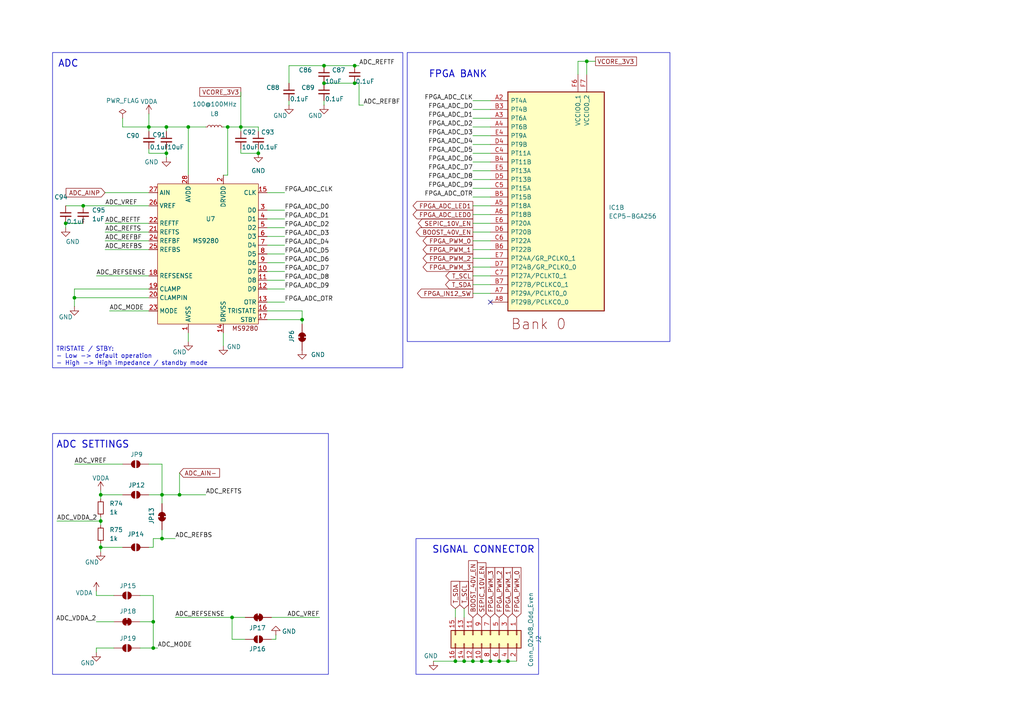
<source format=kicad_sch>
(kicad_sch (version 20250114) (generator "eeschema") (generator_version "9.0")
  (paper "A4")
  (rectangle (start 15.24 125.73) (end 95.25 195.58))
  (rectangle (start 15.24 15.24) (end 116.84 106.68))
  (rectangle (start 118.11 15.24) (end 194.31 99.06))
  (rectangle (start 120.65 156.21) (end 156.21 195.58))
  (text "ADC" (at 19.812 18.542 0) (effects (font (size 2 2) (thickness 0.254) (bold yes))))
  (text "Differential: \n- (REFSENSE<->GND) 2 V input span\n- (REFSENSE<->VREF) 1 V input span" (at -41.656 146.558 0) (effects (font (size 1.27 1.27) (thickness 0.1588)) (justify left)))
  (text "MODE\n- GND: Top/bottom\n- Center / Differential: VDD/2\n- External, AD876: other" (at -34.798 184.658 0) (effects (font (size 1.27 1.27) (thickness 0.1588)) (justify left)))
  (text "SIGNAL CONNECTOR" (at 140.208 159.512 0) (effects (font (size 2 2) (thickness 0.254) (bold yes))))
  (text "TRISTATE / STBY:\n- Low -> default operation\n- High -> High impedance / standby mode" (at 16.256 103.378 0) (effects (font (size 1.27 1.27) (thickness 0.1588)) (justify left)))
  (text "ADC SETTINGS" (at 26.924 129.032 0) (effects (font (size 2 2) (thickness 0.254) (bold yes))))
  (text "- Differential: (REFTS<->REFBS) -> form an input\n- Center: 	(REFTS<->AVDD/2) (REFBS<->AVDD/2) \n- Top/Bottom:   (REFBS<->GND), (REFTS<->VREF)" (at -57.404 167.64 0) (effects (font (size 1.27 1.27) (thickness 0.1588)) (justify left)))
  (text "FPGA BANK" (at 132.842 21.59 0) (effects (font (size 2 2) (thickness 0.254) (bold yes))))
  (junction (at 48.26 36.83))
  (junction (at 21.59 86.36))
  (junction (at 44.45 187.96))
  (junction (at 139.7 191.77))
  (junction (at 29.21 158.75))
  (junction (at 67.31 179.07))
  (junction (at 87.63 92.71))
  (junction (at 69.85 36.83))
  (junction (at 43.18 36.83))
  (junction (at 46.99 156.21))
  (junction (at 134.62 191.77))
  (junction (at 19.05 64.77))
  (junction (at 48.26 44.45))
  (junction (at 132.08 191.77))
  (junction (at 170.18 17.78))
  (junction (at 24.13 59.69))
  (junction (at 66.04 36.83))
  (junction (at 54.61 36.83))
  (junction (at 46.99 143.51))
  (junction (at 93.98 19.05))
  (junction (at 29.21 143.51))
  (junction (at 102.87 19.05))
  (junction (at 144.78 191.77))
  (junction (at 142.24 191.77))
  (junction (at 102.87 24.13))
  (junction (at 93.98 24.13))
  (junction (at 147.32 191.77))
  (junction (at 29.21 151.13))
  (junction (at 74.93 44.45))
  (junction (at 44.45 180.34))
  (junction (at 137.16 191.77))
  (junction (at 52.07 143.51))
  (no_connect (at 142.24 87.63))
  (wire (pts (xy 77.47 92.71) (xy 87.63 92.71)))
  (wire (pts (xy 69.85 36.83) (xy 74.93 36.83)))
  (wire (pts (xy 54.61 36.83) (xy 54.61 50.8)))
  (wire (pts (xy 66.04 36.83) (xy 66.04 50.8)))
  (wire (pts (xy 19.05 64.77) (xy 24.13 64.77)))
  (wire (pts (xy 170.18 17.78) (xy 170.18 21.59)))
  (wire (pts (xy 137.16 57.15) (xy 142.24 57.15)))
  (wire (pts (xy 77.47 68.58) (xy 82.55 68.58)))
  (wire (pts (xy 67.31 179.07) (xy 71.12 179.07)))
  (wire (pts (xy 21.59 86.36) (xy 43.18 86.36)))
  (wire (pts (xy 27.94 80.01) (xy 43.18 80.01)))
  (wire (pts (xy 137.16 46.99) (xy 142.24 46.99)))
  (wire (pts (xy 44.45 172.72) (xy 44.45 180.34)))
  (wire (pts (xy 93.98 29.21) (xy 93.98 30.48)))
  (wire (pts (xy 50.8 156.21) (xy 46.99 156.21)))
  (wire (pts (xy 137.16 77.47) (xy 142.24 77.47)))
  (wire (pts (xy 137.16 44.45) (xy 142.24 44.45)))
  (wire (pts (xy 137.16 80.01) (xy 142.24 80.01)))
  (wire (pts (xy 29.21 151.13) (xy 29.21 152.4)))
  (wire (pts (xy 167.64 21.59) (xy 167.64 17.78)))
  (wire (pts (xy 52.07 143.51) (xy 52.07 137.16)))
  (wire (pts (xy 45.72 187.96) (xy 44.45 187.96)))
  (wire (pts (xy 137.16 74.93) (xy 142.24 74.93)))
  (wire (pts (xy 29.21 149.86) (xy 29.21 151.13)))
  (wire (pts (xy 30.48 64.77) (xy 43.18 64.77)))
  (wire (pts (xy 35.56 36.83) (xy 35.56 34.29)))
  (wire (pts (xy 74.93 43.18) (xy 74.93 44.45)))
  (wire (pts (xy 21.59 83.82) (xy 21.59 86.36)))
  (wire (pts (xy 137.16 52.07) (xy 142.24 52.07)))
  (wire (pts (xy 44.45 187.96) (xy 40.64 187.96)))
  (wire (pts (xy 43.18 143.51) (xy 46.99 143.51)))
  (wire (pts (xy 21.59 134.62) (xy 35.56 134.62)))
  (wire (pts (xy 104.14 30.48) (xy 104.14 24.13)))
  (wire (pts (xy 77.47 60.96) (xy 82.55 60.96)))
  (wire (pts (xy 54.61 36.83) (xy 59.69 36.83)))
  (wire (pts (xy 69.85 36.83) (xy 69.85 38.1)))
  (wire (pts (xy 83.82 19.05) (xy 93.98 19.05)))
  (wire (pts (xy 104.14 30.48) (xy 105.41 30.48)))
  (wire (pts (xy 134.62 176.53) (xy 134.62 179.07)))
  (wire (pts (xy 21.59 83.82) (xy 43.18 83.82)))
  (wire (pts (xy 31.75 90.17) (xy 43.18 90.17)))
  (wire (pts (xy 27.94 187.96) (xy 27.94 189.23)))
  (wire (pts (xy 64.77 96.52) (xy 64.77 100.33)))
  (wire (pts (xy 87.63 90.17) (xy 87.63 92.71)))
  (wire (pts (xy 29.21 142.24) (xy 29.21 143.51)))
  (wire (pts (xy 43.18 36.83) (xy 43.18 38.1)))
  (wire (pts (xy 149.86 191.77) (xy 147.32 191.77)))
  (wire (pts (xy 77.47 81.28) (xy 82.55 81.28)))
  (wire (pts (xy 172.72 17.78) (xy 170.18 17.78)))
  (wire (pts (xy 29.21 158.75) (xy 29.21 160.02)))
  (wire (pts (xy 29.21 157.48) (xy 29.21 158.75)))
  (wire (pts (xy 71.12 185.42) (xy 67.31 185.42)))
  (wire (pts (xy 137.16 41.91) (xy 142.24 41.91)))
  (wire (pts (xy 104.14 24.13) (xy 102.87 24.13)))
  (wire (pts (xy 132.08 176.53) (xy 132.08 179.07)))
  (wire (pts (xy 144.78 191.77) (xy 142.24 191.77)))
  (wire (pts (xy 77.47 55.88) (xy 82.55 55.88)))
  (wire (pts (xy 30.48 55.88) (xy 43.18 55.88)))
  (wire (pts (xy 137.16 36.83) (xy 142.24 36.83)))
  (wire (pts (xy 137.16 64.77) (xy 142.24 64.77)))
  (wire (pts (xy 27.94 187.96) (xy 33.02 187.96)))
  (wire (pts (xy 137.16 82.55) (xy 142.24 82.55)))
  (wire (pts (xy 147.32 191.77) (xy 144.78 191.77)))
  (wire (pts (xy 52.07 143.51) (xy 46.99 143.51)))
  (wire (pts (xy 137.16 62.23) (xy 142.24 62.23)))
  (wire (pts (xy 21.59 86.36) (xy 21.59 88.9)))
  (wire (pts (xy 93.98 24.13) (xy 102.87 24.13)))
  (wire (pts (xy 77.47 73.66) (xy 82.55 73.66)))
  (wire (pts (xy 19.05 64.77) (xy 19.05 66.04)))
  (wire (pts (xy 77.47 87.63) (xy 82.55 87.63)))
  (wire (pts (xy 137.16 31.75) (xy 142.24 31.75)))
  (wire (pts (xy 137.16 191.77) (xy 134.62 191.77)))
  (wire (pts (xy 19.05 59.69) (xy 24.13 59.69)))
  (wire (pts (xy 139.7 191.77) (xy 137.16 191.77)))
  (wire (pts (xy 44.45 180.34) (xy 40.64 180.34)))
  (wire (pts (xy 134.62 191.77) (xy 132.08 191.77)))
  (wire (pts (xy 139.7 191.77) (xy 142.24 191.77)))
  (wire (pts (xy 43.18 36.83) (xy 43.18 33.02)))
  (wire (pts (xy 83.82 19.05) (xy 83.82 24.13)))
  (wire (pts (xy 43.18 67.31) (xy 30.48 67.31)))
  (wire (pts (xy 30.48 69.85) (xy 43.18 69.85)))
  (wire (pts (xy 48.26 44.45) (xy 48.26 45.72)))
  (wire (pts (xy 137.16 72.39) (xy 142.24 72.39)))
  (wire (pts (xy 46.99 134.62) (xy 46.99 143.51)))
  (wire (pts (xy 48.26 36.83) (xy 48.26 38.1)))
  (wire (pts (xy 137.16 85.09) (xy 142.24 85.09)))
  (wire (pts (xy 27.94 172.72) (xy 33.02 172.72)))
  (wire (pts (xy 48.26 36.83) (xy 54.61 36.83)))
  (wire (pts (xy 44.45 172.72) (xy 40.64 172.72)))
  (wire (pts (xy 24.13 59.69) (xy 43.18 59.69)))
  (wire (pts (xy 137.16 49.53) (xy 142.24 49.53)))
  (wire (pts (xy 104.14 19.05) (xy 102.87 19.05)))
  (wire (pts (xy 16.51 151.13) (xy 29.21 151.13)))
  (wire (pts (xy 35.56 36.83) (xy 43.18 36.83)))
  (wire (pts (xy 80.01 185.42) (xy 80.01 184.15)))
  (wire (pts (xy 137.16 29.21) (xy 142.24 29.21)))
  (wire (pts (xy 27.94 171.45) (xy 27.94 172.72)))
  (wire (pts (xy 66.04 36.83) (xy 69.85 36.83)))
  (wire (pts (xy 78.74 185.42) (xy 80.01 185.42)))
  (wire (pts (xy 44.45 156.21) (xy 46.99 156.21)))
  (wire (pts (xy 125.73 191.77) (xy 132.08 191.77)))
  (wire (pts (xy 29.21 143.51) (xy 35.56 143.51)))
  (wire (pts (xy 67.31 179.07) (xy 67.31 185.42)))
  (wire (pts (xy 77.47 83.82) (xy 82.55 83.82)))
  (wire (pts (xy 74.93 44.45) (xy 69.85 44.45)))
  (wire (pts (xy 67.31 179.07) (xy 50.8 179.07)))
  (wire (pts (xy 29.21 143.51) (xy 29.21 144.78)))
  (wire (pts (xy 93.98 19.05) (xy 102.87 19.05)))
  (wire (pts (xy 137.16 39.37) (xy 142.24 39.37)))
  (wire (pts (xy 137.16 69.85) (xy 142.24 69.85)))
  (wire (pts (xy 30.48 72.39) (xy 43.18 72.39)))
  (wire (pts (xy 43.18 44.45) (xy 43.18 43.18)))
  (wire (pts (xy 66.04 50.8) (xy 64.77 50.8)))
  (wire (pts (xy 74.93 36.83) (xy 74.93 38.1)))
  (wire (pts (xy 137.16 34.29) (xy 142.24 34.29)))
  (wire (pts (xy 29.21 158.75) (xy 35.56 158.75)))
  (wire (pts (xy 44.45 156.21) (xy 44.45 158.75)))
  (wire (pts (xy 69.85 26.67) (xy 69.85 36.83)))
  (wire (pts (xy 137.16 67.31) (xy 142.24 67.31)))
  (wire (pts (xy 59.69 143.51) (xy 52.07 143.51)))
  (wire (pts (xy 46.99 153.67) (xy 46.99 156.21)))
  (wire (pts (xy 43.18 44.45) (xy 48.26 44.45)))
  (wire (pts (xy 69.85 43.18) (xy 69.85 44.45)))
  (wire (pts (xy 48.26 43.18) (xy 48.26 44.45)))
  (wire (pts (xy 43.18 36.83) (xy 48.26 36.83)))
  (wire (pts (xy 77.47 66.04) (xy 82.55 66.04)))
  (wire (pts (xy 44.45 180.34) (xy 44.45 187.96)))
  (wire (pts (xy 43.18 134.62) (xy 46.99 134.62)))
  (wire (pts (xy 77.47 78.74) (xy 82.55 78.74)))
  (wire (pts (xy 54.61 96.52) (xy 54.61 99.06)))
  (wire (pts (xy 44.45 158.75) (xy 43.18 158.75)))
  (wire (pts (xy 77.47 63.5) (xy 82.55 63.5)))
  (wire (pts (xy 46.99 143.51) (xy 46.99 146.05)))
  (wire (pts (xy 167.64 17.78) (xy 170.18 17.78)))
  (wire (pts (xy 137.16 59.69) (xy 142.24 59.69)))
  (wire (pts (xy 64.77 36.83) (xy 66.04 36.83)))
  (wire (pts (xy 83.82 29.21) (xy 83.82 30.48)))
  (wire (pts (xy 87.63 92.71) (xy 87.63 93.98)))
  (wire (pts (xy 77.47 90.17) (xy 87.63 90.17)))
  (wire (pts (xy 137.16 54.61) (xy 142.24 54.61)))
  (wire (pts (xy 77.47 71.12) (xy 82.55 71.12)))
  (wire (pts (xy 27.94 180.34) (xy 33.02 180.34)))
  (wire (pts (xy 92.71 179.07) (xy 78.74 179.07)))
  (wire (pts (xy 77.47 76.2) (xy 82.55 76.2)))
  (label "ADC_MODE" (at 45.72 187.96 0))
  (label "ADC_VREF" (at 92.71 179.07 180))
  (label "ADC_REFTF" (at 30.48 64.77 0))
  (label "ADC_REFBS" (at 30.48 72.39 0))
  (label "FPGA_ADC_D6" (at 137.16 46.99 180))
  (label "ADC_REFTF" (at 104.14 19.05 0))
  (label "ADC_VDDA_2" (at 16.51 151.13 0))
  (label "FPGA_ADC_D4" (at 137.16 41.91 180))
  (label "ADC_REFBF" (at 105.41 30.48 0))
  (label "FPGA_ADC_D1" (at 137.16 34.29 180))
  (label "FPGA_ADC_D7" (at 82.55 78.74 0))
  (label "ADC_REFSENSE" (at 27.94 80.01 0))
  (label "FPGA_ADC_CLK" (at 82.55 55.88 0))
  (label "FPGA_ADC_D9" (at 82.55 83.82 0))
  (label "FPGA_ADC_OTR" (at 137.16 57.15 180))
  (label "ADC_REFTS" (at 59.69 143.51 0))
  (label "ADC_MODE" (at 31.75 90.17 0))
  (label "ADC_REFBF" (at 30.48 69.85 0))
  (label "FPGA_ADC_D8" (at 82.55 81.28 0))
  (label "FPGA_ADC_D3" (at 137.16 39.37 180))
  (label "FPGA_ADC_D8" (at 137.16 52.07 180))
  (label "FPGA_ADC_D0" (at 137.16 31.75 180))
  (label "FPGA_ADC_OTR" (at 82.55 87.63 0))
  (label "ADC_REFTS" (at 30.48 67.31 0))
  (label "FPGA_ADC_D2" (at 137.16 36.83 180))
  (label "FPGA_ADC_D5" (at 82.55 73.66 0))
  (label "FPGA_ADC_D5" (at 137.16 44.45 180))
  (label "FPGA_ADC_D0" (at 82.55 60.96 0))
  (label "FPGA_ADC_D6" (at 82.55 76.2 0))
  (label "ADC_VREF" (at 21.59 134.62 0))
  (label "FPGA_ADC_D7" (at 137.16 49.53 180))
  (label "FPGA_ADC_D3" (at 82.55 68.58 0))
  (label "FPGA_ADC_D4" (at 82.55 71.12 0))
  (label "FPGA_ADC_D2" (at 82.55 66.04 0))
  (label "ADC_VDDA_2" (at 27.94 180.34 180))
  (label "ADC_REFSENSE" (at 50.8 179.07 0))
  (label "ADC_REFBS" (at 50.8 156.21 0))
  (label "ADC_VREF" (at 30.48 59.69 0))
  (label "FPGA_ADC_D1" (at 82.55 63.5 0))
  (label "FPGA_ADC_CLK" (at 137.16 29.21 180))
  (label "FPGA_ADC_D9" (at 137.16 54.61 180))
  (global_label "SEPIC_10V_EN" (shape input) (at 139.7 179.07 90) (property "Intersheetrefs" "${INTERSHEET_REFS}" (effects (hide yes))))
  (global_label "VCORE_3V3" (shape passive) (at 69.85 26.67 180) (property "Intersheetrefs" "${INTERSHEET_REFS}" (effects (hide yes))))
  (global_label "FPGA_IN12_SW" (shape output) (at 137.16 85.09 180) (property "Intersheetrefs" "${INTERSHEET_REFS}" (effects (hide yes))))
  (global_label "FPGA_PWM_1" (shape output) (at 137.16 72.39 180) (property "Intersheetrefs" "${INTERSHEET_REFS}" (effects (hide yes))))
  (global_label "T_SDA" (shape output) (at 137.16 82.55 180) (property "Intersheetrefs" "${INTERSHEET_REFS}" (effects (hide yes))))
  (global_label "FPGA_PWM_0" (shape output) (at 137.16 69.85 180) (property "Intersheetrefs" "${INTERSHEET_REFS}" (effects (hide yes))))
  (global_label "T_SCL" (shape output) (at 137.16 80.01 180) (property "Intersheetrefs" "${INTERSHEET_REFS}" (effects (hide yes))))
  (global_label "FPGA_PWM_2" (shape output) (at 137.16 74.93 180) (property "Intersheetrefs" "${INTERSHEET_REFS}" (effects (hide yes))))
  (global_label "FPGA_PWM_1" (shape input) (at 147.32 179.07 90) (property "Intersheetrefs" "${INTERSHEET_REFS}" (effects (hide yes))))
  (global_label "BOOST_40V_EN" (shape output) (at 137.16 67.31 180) (property "Intersheetrefs" "${INTERSHEET_REFS}" (effects (hide yes))))
  (global_label "VCORE_3V3" (shape passive) (at 172.72 17.78 0) (property "Intersheetrefs" "${INTERSHEET_REFS}" (effects (hide yes))))
  (global_label "FPGA_PWM_3" (shape input) (at 142.24 179.07 90) (property "Intersheetrefs" "${INTERSHEET_REFS}" (effects (hide yes))))
  (global_label "FPGA_ADC_LED1" (shape output) (at 137.16 59.69 180) (property "Intersheetrefs" "${INTERSHEET_REFS}" (effects (hide yes))))
  (global_label "ADC_AIN-" (shape input) (at 52.07 137.16 0) (property "Intersheetrefs" "${INTERSHEET_REFS}" (effects (hide yes))))
  (global_label "FPGA_ADC_LED0" (shape output) (at 137.16 62.23 180) (property "Intersheetrefs" "${INTERSHEET_REFS}" (effects (hide yes))))
  (global_label "FPGA_PWM_0" (shape input) (at 149.86 179.07 90) (property "Intersheetrefs" "${INTERSHEET_REFS}" (effects (hide yes))))
  (global_label "T_SCL" (shape input) (at 134.62 176.53 90) (property "Intersheetrefs" "${INTERSHEET_REFS}" (effects (hide yes))))
  (global_label "FPGA_PWM_2" (shape input) (at 144.78 179.07 90) (property "Intersheetrefs" "${INTERSHEET_REFS}" (effects (hide yes))))
  (global_label "ADC_AINP" (shape input) (at 30.48 55.88 180) (property "Intersheetrefs" "${INTERSHEET_REFS}" (effects (hide yes))))
  (global_label "T_SDA" (shape input) (at 132.08 176.53 90) (property "Intersheetrefs" "${INTERSHEET_REFS}" (effects (hide yes))))
  (global_label "BOOST_40V_EN" (shape input) (at 137.16 179.07 90) (property "Intersheetrefs" "${INTERSHEET_REFS}" (effects (hide yes))))
  (global_label "SEPIC_10V_EN" (shape output) (at 137.16 64.77 180) (property "Intersheetrefs" "${INTERSHEET_REFS}" (effects (hide yes))))
  (global_label "FPGA_PWM_3" (shape output) (at 137.16 77.47 180) (property "Intersheetrefs" "${INTERSHEET_REFS}" (effects (hide yes))))
  (symbol (lib_id "power:GND") (at 54.61 99.06 0) (unit 1)
    (property "Reference" "#PWR0111" (effects (hide yes)))
    (property "Value" "GND" (at 52.07 102.108 0))
    (property "Description" "Power symbol creates a global label with name \"GND\" , ground" (effects (hide yes)))
  )
  (symbol (lib_id "Device:C_Small") (at 93.98 21.59 0) (unit 1)
    (property "Reference" "C86" (at 86.614 20.32 0) (effects (justify left)))
    (property "Value" "10uF" (at 94.234 23.622 0) (effects (justify left)))
    (property "Footprint" "Capacitor_SMD:C_0603_1608Metric" (effects (hide yes)))
    (property "Description" "Unpolarized capacitor, small symbol" (effects (hide yes)))
    (property "LPN" "C19702" (effects (hide yes)))
    (property "MPN" "CL10A106KP8NNNC" (effects (hide yes)))
  )
  (symbol (lib_id "Device:C_Small") (at 74.93 40.64 0) (unit 1)
    (property "Reference" "C93" (at 75.692 38.354 0) (effects (justify left)))
    (property "Value" "0.1uF" (at 75.184 42.672 0) (effects (justify left)))
    (property "Footprint" "Capacitor_SMD:C_0402_1005Metric" (effects (hide yes)))
    (property "Description" "Unpolarized capacitor, small symbol" (effects (hide yes)))
    (property "LPN" "C307331" (effects (hide yes)))
    (property "MPN" "CL05B104KB54PNC" (effects (hide yes)))
  )
  (symbol (lib_id "Device:C_Small") (at 83.82 26.67 0) (unit 1)
    (property "Reference" "C88" (at 77.216 25.4 0) (effects (justify left)))
    (property "Value" "0.1uF" (at 84.074 28.702 0) (effects (justify left)))
    (property "Footprint" "Capacitor_SMD:C_0402_1005Metric" (effects (hide yes)))
    (property "Description" "Unpolarized capacitor, small symbol" (effects (hide yes)))
    (property "LPN" "C307331" (effects (hide yes)))
    (property "MPN" "CL05B104KB54PNC" (effects (hide yes)))
  )
  (symbol (lib_id "Device:C_Small") (at 24.13 62.23 0) (unit 1)
    (property "Reference" "C95" (at 26.67 60.9662 0) (effects (justify left)))
    (property "Value" "1uF" (at 26.67 63.5062 0) (effects (justify left)))
    (property "Footprint" "Capacitor_SMD:C_0805_2012Metric" (effects (hide yes)))
    (property "Description" "Unpolarized capacitor, small symbol" (effects (hide yes)))
    (property "LPN" "C28323" (effects (hide yes)))
    (property "MPN" "CL21B105KBFNNNE" (effects (hide yes)))
  )
  (symbol (lib_id "power:VDDA") (at 43.18 33.02 0) (unit 1)
    (property "Reference" "#PWR0105" (effects (hide yes)))
    (property "Value" "VDDA" (at 43.18 29.464 0))
    (property "Description" "Power symbol creates a global label with name \"VDDA\"" (effects (hide yes)))
  )
  (symbol (lib_id "Jumper:SolderJumper_2_Bridged") (at 87.63 97.79 90) (unit 1) (in_bom no)
    (property "Reference" "JP6" (at 84.582 97.536 0))
    (property "Value" "SolderJumper_2_Bridged" (effects (hide yes)))
    (property "Footprint" "Jumper:SolderJumper-2_P1.3mm_Bridged_Pad1.0x1.5mm" (effects (hide yes)))
    (property "Description" "Solder Jumper, 2-pole, closed/bridged" (effects (hide yes)))
  )
  (symbol (lib_id "Connector_Generic:Conn_02x08_Odd_Even") (at 142.24 184.15 270) (unit 1)
    (property "Reference" "J2" (at 156.21 185.42 0))
    (property "Value" "Conn_02x08_Odd_Even" (at 153.924 182.626 0))
    (property "Footprint" "Connector_PinSocket_2.54mm:PinSocket_2x08_P2.54mm_Horizontal" (effects (hide yes)))
    (property "Datasheet" "https://jlcpcb.com/api/file/downloadByFileSystemAccessId/8588944769817329664" (effects (hide yes)))
    (property "Description" "Generic connector, double row, 02x08, odd/even pin numbering scheme (row 1 odd numbers, row 2 even numbers), script generated (kicad-library-utils/schlib/autogen/connector/)" (effects (hide yes)))
    (property "MPN" "PM254-2-08-W-8.5" (effects (hide yes)))
    (property "LPN" "C2897428" (effects (hide yes)))
  )
  (symbol (lib_id "Device:C_Small") (at 93.98 26.67 0) (unit 1)
    (property "Reference" "C89" (at 87.376 25.4 0) (effects (justify left)))
    (property "Value" "0.1uF" (at 94.234 28.702 0) (effects (justify left)))
    (property "Footprint" "Capacitor_SMD:C_0402_1005Metric" (effects (hide yes)))
    (property "Description" "Unpolarized capacitor, small symbol" (effects (hide yes)))
    (property "LPN" "C307331" (effects (hide yes)))
    (property "MPN" "CL05B104KB54PNC" (effects (hide yes)))
  )
  (symbol (lib_id "power:GND") (at 64.77 100.33 0) (unit 1)
    (property "Reference" "#PWR0112" (effects (hide yes)))
    (property "Value" "GND" (at 65.786 100.584 0) (effects (justify left)))
    (property "Description" "Power symbol creates a global label with name \"GND\" , ground" (effects (hide yes)))
  )
  (symbol (lib_id "power:GND") (at 29.21 160.02 0) (unit 1)
    (property "Reference" "#PWR028" (effects (hide yes)))
    (property "Value" "GND" (at 26.67 163.068 0))
    (property "Description" "Power symbol creates a global label with name \"GND\" , ground" (effects (hide yes)))
  )
  (symbol (lib_id "Device:C_Small") (at 19.05 62.23 0) (unit 1)
    (property "Reference" "C94" (at 15.748 57.15 0) (effects (justify left)))
    (property "Value" "0.1uF" (at 19.304 64.262 0) (effects (justify left)))
    (property "Footprint" "Capacitor_SMD:C_0402_1005Metric" (effects (hide yes)))
    (property "Description" "Unpolarized capacitor, small symbol" (effects (hide yes)))
    (property "LPN" "C307331" (effects (hide yes)))
    (property "MPN" "CL05B104KB54PNC" (effects (hide yes)))
  )
  (symbol (lib_id "power:GND") (at 93.98 30.48 0) (unit 1)
    (property "Reference" "#PWR0104" (effects (hide yes)))
    (property "Value" "GND" (at 91.44 33.528 0))
    (property "Description" "Power symbol creates a global label with name \"GND\" , ground" (effects (hide yes)))
  )
  (symbol (lib_id "Jumper:SolderJumper_2_Open") (at 36.83 187.96 0) (unit 1) (in_bom no)
    (property "Reference" "JP19" (at 37.084 185.166 0))
    (property "Value" "SolderJumper_2_Open" (effects (hide yes)))
    (property "Footprint" "Jumper:SolderJumper-2_P1.3mm_Open_Pad1.0x1.5mm" (effects (hide yes)))
    (property "Description" "Solder Jumper, 2-pole, open" (effects (hide yes)))
  )
  (symbol (lib_id "Jumper:SolderJumper_2_Open") (at 36.83 172.72 0) (unit 1) (in_bom no)
    (property "Reference" "JP15" (at 37.084 169.926 0))
    (property "Value" "SolderJumper_2_Open" (effects (hide yes)))
    (property "Footprint" "Jumper:SolderJumper-2_P1.3mm_Open_Pad1.0x1.5mm" (effects (hide yes)))
    (property "Description" "Solder Jumper, 2-pole, open" (effects (hide yes)))
  )
  (symbol (lib_id "Jumper:SolderJumper_2_Open") (at 39.37 143.51 0) (unit 1) (in_bom no)
    (property "Reference" "JP12" (at 39.624 140.716 0))
    (property "Value" "SolderJumper_2_Open" (effects (hide yes)))
    (property "Footprint" "Jumper:SolderJumper-2_P1.3mm_Open_Pad1.0x1.5mm" (effects (hide yes)))
    (property "Description" "Solder Jumper, 2-pole, open" (effects (hide yes)))
  )
  (symbol (lib_id "power:VDDA") (at 29.21 142.24 0) (unit 1)
    (property "Reference" "#PWR021" (effects (hide yes)))
    (property "Value" "VDDA" (at 29.21 138.684 0))
    (property "Description" "Power symbol creates a global label with name \"VDDA\"" (effects (hide yes)))
  )
  (symbol (lib_id "power:GND") (at 48.26 45.72 0) (unit 1)
    (property "Reference" "#PWR0107" (effects (hide yes)))
    (property "Value" "GND" (at 43.942 46.99 0))
    (property "Description" "Power symbol creates a global label with name \"GND\" , ground" (effects (hide yes)))
  )
  (symbol (lib_id "Device:C_Small") (at 43.18 40.64 0) (unit 1)
    (property "Reference" "C90" (at 36.576 39.37 0) (effects (justify left)))
    (property "Value" "0.1uF" (at 43.434 42.672 0) (effects (justify left)))
    (property "Footprint" "Capacitor_SMD:C_0402_1005Metric" (effects (hide yes)))
    (property "Description" "Unpolarized capacitor, small symbol" (effects (hide yes)))
    (property "LPN" "C307331" (effects (hide yes)))
    (property "MPN" "CL05B104KB54PNC" (effects (hide yes)))
  )
  (symbol (lib_id "power:GND") (at 87.63 101.6 0) (unit 1)
    (property "Reference" "#PWR0113" (effects (hide yes)))
    (property "Value" "GND" (at 90.17 102.8699 0) (effects (justify left)))
    (property "Description" "Power symbol creates a global label with name \"GND\" , ground" (effects (hide yes)))
  )
  (symbol (lib_id "ms9280:MS9280") (at 59.69 69.85 0) (unit 1)
    (property "Reference" "U7" (at 59.69 63.5 0) (effects (justify left)))
    (property "Value" "MS9280" (at 59.69 69.85 0))
    (property "Footprint" "Package_SO:SSOP-28_5.3x10.2mm_P0.65mm" (effects (hide yes)))
    (property "Datasheet" "https://www.lcsc.com/datasheet/lcsc_datasheet_2310071001_Hangzhou-Ruimeng-Tech-MS9280_C1509021.pdf" (effects (hide yes)))
    (property "Description" "Check availability (waiting for new lead time)" (effects (hide yes)))
    (property "LPN" "C1509021" (effects (hide yes)))
    (property "MPN" "MS9280" (effects (hide yes)))
  )
  (symbol (lib_id "power:GND") (at 83.82 30.48 0) (unit 1)
    (property "Reference" "#PWR0103" (effects (hide yes)))
    (property "Value" "GND" (at 81.28 33.528 0))
    (property "Description" "Power symbol creates a global label with name \"GND\" , ground" (effects (hide yes)))
  )
  (symbol (lib_id "Device:L_Small") (at 62.23 36.83 270) (mirror x) (unit 1)
    (property "Reference" "L8" (at 62.23 33.02 90))
    (property "Value" "100@100MHz" (at 62.23 30.226 90))
    (property "Footprint" "Inductor_SMD:L_0805_2012Metric" (effects (hide yes)))
    (property "Description" "Inductor, small symbol" (effects (hide yes)))
    (property "LPN" "C1015" (effects (hide yes)))
    (property "MPN" "GZ2012D101TF" (effects (hide yes)))
  )
  (symbol (lib_id "Device:R_Small") (at 29.21 154.94 0) (unit 1)
    (property "Reference" "R75" (at 31.75 153.6699 0) (effects (justify left)))
    (property "Value" "1k" (at 31.75 156.2099 0) (effects (justify left)))
    (property "Footprint" "Resistor_SMD:R_0603_1608Metric" (effects (hide yes)))
    (property "Datasheet" "https://jlcpcb.com/api/file/downloadByFileSystemAccessId/8579706098733010944" (effects (hide yes)))
    (property "Description" "Resistor, small symbol" (effects (hide yes)))
    (property "LPN" "0603WAF1001T5E " (effects (hide yes)))
    (property "MPN" "C21190" (effects (hide yes)))
  )
  (symbol (lib_id "Device:C_Small") (at 48.26 40.64 0) (unit 1)
    (property "Reference" "C91" (at 44.196 39.116 0) (effects (justify left)))
    (property "Value" "10uF" (at 48.514 42.672 0) (effects (justify left)))
    (property "Footprint" "Capacitor_SMD:C_0603_1608Metric" (effects (hide yes)))
    (property "Description" "Unpolarized capacitor, small symbol" (effects (hide yes)))
    (property "LPN" "C19702" (effects (hide yes)))
    (property "MPN" "CL10A106KP8NNNC" (effects (hide yes)))
  )
  (symbol (lib_id "ecp5bga256:ECP5-BGA256") (at 156.21 58.42 0) (mirror y) (unit 2)
    (property "Reference" "IC1" (at 176.53 60.1842 0) (effects (justify right)))
    (property "Value" "ECP5-BGA256" (at 176.53 62.7242 0) (effects (justify right)))
    (property "Footprint" "fpga:BGA256C80P16X16_1400X1400X170" (effects (hide yes)))
    (property "Datasheet" "https://jlcpcb.com/api/file/downloadByFileSystemAccessId/8588918730680111104" (effects (hide yes)))
    (property "Description" "FPGA - Field Programmable Gate Array ECP5; 12k LUTs; 1.1V" (effects (hide yes)))
    (property "Manufacturer" "Lattice" (effects (hide yes)))
    (property "LPN" "C1521614" (effects (hide yes)))
    (property "MPN" "LFE5U-25F-6BG256C " (effects (hide yes)))
  )
  (symbol (lib_id "Jumper:SolderJumper_2_Bridged") (at 36.83 180.34 0) (unit 1) (in_bom no)
    (property "Reference" "JP18" (at 37.084 177.292 0))
    (property "Value" "SolderJumper_2_Bridged" (effects (hide yes)))
    (property "Footprint" "Jumper:SolderJumper-2_P1.3mm_Bridged_Pad1.0x1.5mm" (effects (hide yes)))
    (property "Description" "Solder Jumper, 2-pole, closed/bridged" (effects (hide yes)))
  )
  (symbol (lib_id "power:GND") (at 125.73 191.77 0) (unit 1)
    (property "Reference" "#PWR014" (effects (hide yes)))
    (property "Value" "GND" (at 124.968 190.246 0))
    (property "Description" "Power symbol creates a global label with name \"GND\" , ground" (effects (hide yes)))
  )
  (symbol (lib_id "Jumper:SolderJumper_2_Bridged") (at 46.99 149.86 90) (unit 1) (in_bom no)
    (property "Reference" "JP13" (at 43.942 149.606 0))
    (property "Value" "SolderJumper_2_Bridged" (effects (hide yes)))
    (property "Footprint" "Jumper:SolderJumper-2_P1.3mm_Bridged_Pad1.0x1.5mm" (effects (hide yes)))
    (property "Description" "Solder Jumper, 2-pole, closed/bridged" (effects (hide yes)))
  )
  (symbol (lib_id "Jumper:SolderJumper_2_Open") (at 74.93 185.42 180) (unit 1) (in_bom no)
    (property "Reference" "JP16" (at 74.676 188.214 0))
    (property "Value" "SolderJumper_2_Open" (effects (hide yes)))
    (property "Footprint" "Jumper:SolderJumper-2_P1.3mm_Open_Pad1.0x1.5mm" (effects (hide yes)))
    (property "Description" "Solder Jumper, 2-pole, open" (effects (hide yes)))
  )
  (symbol (lib_id "Device:C_Small") (at 69.85 40.64 0) (unit 1)
    (property "Reference" "C92" (at 70.358 38.354 0) (effects (justify left)))
    (property "Value" "10uF" (at 70.104 42.672 0) (effects (justify left)))
    (property "Footprint" "Capacitor_SMD:C_0603_1608Metric" (effects (hide yes)))
    (property "Description" "Unpolarized capacitor, small symbol" (effects (hide yes)))
    (property "LPN" "C19702" (effects (hide yes)))
    (property "MPN" "CL10A106KP8NNNC" (effects (hide yes)))
  )
  (symbol (lib_id "power:PWR_FLAG") (at 35.56 34.29 0) (unit 1)
    (property "Reference" "#FLG016" (effects (hide yes)))
    (property "Value" "PWR_FLAG" (at 35.56 29.21 0))
    (property "Description" "Special symbol for telling ERC where power comes from" (effects (hide yes)))
  )
  (symbol (lib_id "power:GND") (at 27.94 189.23 0) (unit 1)
    (property "Reference" "#PWR031" (effects (hide yes)))
    (property "Value" "GND" (at 25.4 192.278 0))
    (property "Description" "Power symbol creates a global label with name \"GND\" , ground" (effects (hide yes)))
  )
  (symbol (lib_id "Device:R_Small") (at 29.21 147.32 0) (unit 1)
    (property "Reference" "R74" (at 31.75 146.0499 0) (effects (justify left)))
    (property "Value" "1k" (at 31.75 148.5899 0) (effects (justify left)))
    (property "Footprint" "Resistor_SMD:R_0603_1608Metric" (effects (hide yes)))
    (property "Datasheet" "https://jlcpcb.com/api/file/downloadByFileSystemAccessId/8579706098733010944" (effects (hide yes)))
    (property "Description" "Resistor, small symbol" (effects (hide yes)))
    (property "LPN" "0603WAF1001T5E " (effects (hide yes)))
    (property "MPN" "C21190" (effects (hide yes)))
  )
  (symbol (lib_id "Jumper:SolderJumper_2_Bridged") (at 74.93 179.07 180) (unit 1) (in_bom no)
    (property "Reference" "JP17" (at 74.676 182.118 0))
    (property "Value" "SolderJumper_2_Bridged" (effects (hide yes)))
    (property "Footprint" "Jumper:SolderJumper-2_P1.3mm_Bridged_Pad1.0x1.5mm" (effects (hide yes)))
    (property "Description" "Solder Jumper, 2-pole, closed/bridged" (effects (hide yes)))
  )
  (symbol (lib_id "power:GND") (at 19.05 66.04 0) (unit 1)
    (property "Reference" "#PWR0108" (effects (hide yes)))
    (property "Value" "GND" (at 21.082 70.104 0))
    (property "Description" "Power symbol creates a global label with name \"GND\" , ground" (effects (hide yes)))
  )
  (symbol (lib_id "power:GND") (at 80.01 184.15 180) (unit 1)
    (property "Reference" "#PWR030" (effects (hide yes)))
    (property "Value" "GND" (at 83.82 183.134 0))
    (property "Description" "Power symbol creates a global label with name \"GND\" , ground" (effects (hide yes)))
  )
  (symbol (lib_id "Jumper:SolderJumper_2_Open") (at 39.37 134.62 0) (unit 1) (in_bom no)
    (property "Reference" "JP9" (at 39.624 131.826 0))
    (property "Value" "SolderJumper_2_Open" (effects (hide yes)))
    (property "Footprint" "Jumper:SolderJumper-2_P1.3mm_Open_Pad1.0x1.5mm" (effects (hide yes)))
    (property "Description" "Solder Jumper, 2-pole, open" (effects (hide yes)))
  )
  (symbol (lib_id "Jumper:SolderJumper_2_Open") (at 39.37 158.75 0) (unit 1) (in_bom no)
    (property "Reference" "JP14" (at 39.37 154.94 0))
    (property "Value" "SolderJumper_2_Open" (effects (hide yes)))
    (property "Footprint" "Jumper:SolderJumper-2_P1.3mm_Open_Pad1.0x1.5mm" (effects (hide yes)))
    (property "Description" "Solder Jumper, 2-pole, open" (effects (hide yes)))
  )
  (symbol (lib_id "power:VDDA") (at 27.94 171.45 0) (unit 1)
    (property "Reference" "#PWR029" (effects (hide yes)))
    (property "Value" "VDDA" (at 24.384 171.958 0))
    (property "Description" "Power symbol creates a global label with name \"VDDA\"" (effects (hide yes)))
  )
  (symbol (lib_id "Device:C_Small") (at 102.87 21.59 0) (unit 1)
    (property "Reference" "C87" (at 96.266 20.32 0) (effects (justify left)))
    (property "Value" "0.1uF" (at 103.124 23.622 0) (effects (justify left)))
    (property "Footprint" "Capacitor_SMD:C_0402_1005Metric" (effects (hide yes)))
    (property "Description" "Unpolarized capacitor, small symbol" (effects (hide yes)))
    (property "LPN" "C307331" (effects (hide yes)))
    (property "MPN" "CL05B104KB54PNC" (effects (hide yes)))
  )
  (symbol (lib_id "power:GND") (at 74.93 44.45 0) (unit 1)
    (property "Reference" "#PWR0106" (effects (hide yes)))
    (property "Value" "GND" (at 74.93 49.53 0))
    (property "Description" "Power symbol creates a global label with name \"GND\" , ground" (effects (hide yes)))
  )
  (symbol (lib_id "power:GND") (at 21.59 88.9 0) (unit 1)
    (property "Reference" "#PWR0110" (effects (hide yes)))
    (property "Value" "GND" (at 19.05 91.948 0))
    (property "Description" "Power symbol creates a global label with name \"GND\" , ground" (effects (hide yes)))
  )
)
</source>
